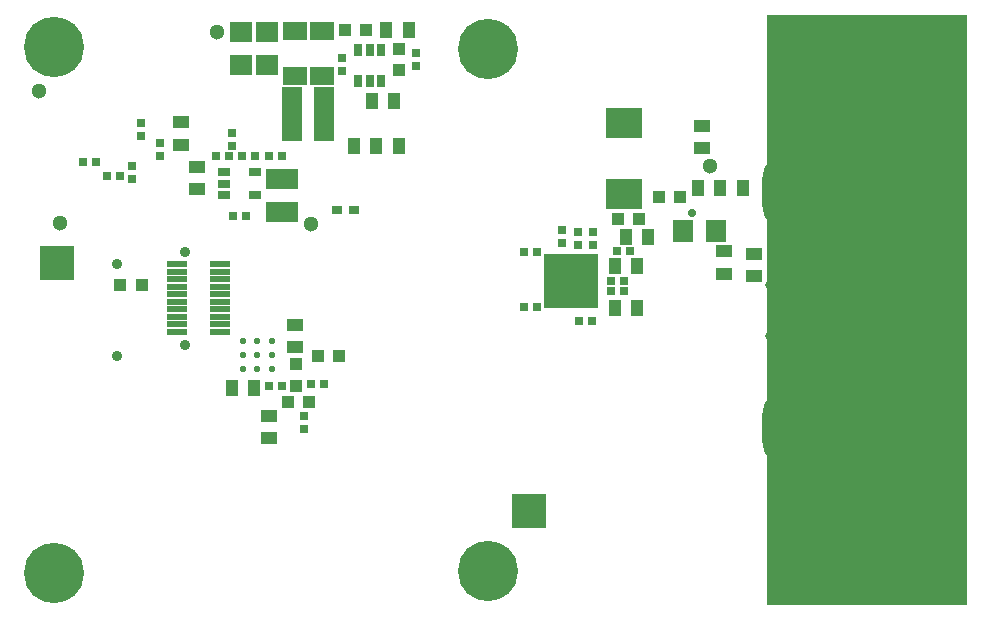
<source format=gbs>
G04*
G04 #@! TF.GenerationSoftware,Altium Limited,Altium Designer,18.1.6 (161)*
G04*
G04 Layer_Color=16711935*
%FSLAX44Y44*%
%MOMM*%
G71*
G01*
G75*
%ADD71R,3.0000X3.0000*%
%ADD79R,0.7000X0.7000*%
%ADD80R,1.0000X1.1000*%
%ADD83R,1.1000X1.0000*%
%ADD84R,1.4000X1.1000*%
%ADD85C,1.1000*%
%ADD86R,0.7000X0.7000*%
%ADD87R,1.1000X1.4000*%
%ADD88R,1.7000X1.9000*%
%ADD91R,2.8000X1.7000*%
%ADD92R,1.7000X4.6000*%
%ADD93R,1.9000X1.7000*%
%ADD101R,3.1000X2.5000*%
%ADD117R,1.7000X0.5000*%
%ADD118R,1.7000X0.5000*%
%ADD119C,3.5000*%
%ADD120C,0.9000*%
%ADD121C,1.3000*%
%ADD122C,0.8000*%
%ADD123C,5.1000*%
%ADD124C,0.7000*%
%ADD126C,0.5500*%
%ADD166R,17.0500X50.0000*%
%ADD167R,4.6000X4.6446*%
%ADD168R,1.1000X0.8000*%
%ADD169R,1.1000X0.8000*%
%ADD170R,0.8000X1.1000*%
%ADD171R,2.0000X1.5000*%
%ADD172R,0.8500X0.6500*%
%ADD173O,4.6000X6.6000*%
D71*
X710000Y470000D02*
D03*
X430000Y80000D02*
D03*
X30000Y290000D02*
D03*
D79*
X164500Y380000D02*
D03*
X175500D02*
D03*
X63000Y375000D02*
D03*
X52000D02*
D03*
X483000Y241000D02*
D03*
X472000D02*
D03*
X510000Y266000D02*
D03*
X499000D02*
D03*
X436500Y299250D02*
D03*
X425500D02*
D03*
Y252750D02*
D03*
X436500D02*
D03*
X504500Y299500D02*
D03*
X515500D02*
D03*
X209500Y380000D02*
D03*
X220500D02*
D03*
X197750D02*
D03*
X186750D02*
D03*
X510000Y274500D02*
D03*
X499000D02*
D03*
X83500Y363000D02*
D03*
X72500D02*
D03*
X190500Y329500D02*
D03*
X179500D02*
D03*
X209500Y186000D02*
D03*
X220500D02*
D03*
X245000Y187500D02*
D03*
X256000D02*
D03*
D80*
X84000Y271500D02*
D03*
X102000D02*
D03*
X244000Y172000D02*
D03*
X226000D02*
D03*
X523000Y327000D02*
D03*
X505000D02*
D03*
X558000Y346000D02*
D03*
X540000D02*
D03*
X274000Y487000D02*
D03*
X292000D02*
D03*
X269000Y211000D02*
D03*
X251000D02*
D03*
D83*
X320000Y453000D02*
D03*
Y471000D02*
D03*
X233000Y186000D02*
D03*
Y204000D02*
D03*
D84*
X595000Y280500D02*
D03*
Y299500D02*
D03*
X149000Y352000D02*
D03*
Y371000D02*
D03*
X232000Y218500D02*
D03*
Y237500D02*
D03*
X210000Y160500D02*
D03*
Y141500D02*
D03*
X620500Y297500D02*
D03*
Y278500D02*
D03*
X576500Y406000D02*
D03*
Y387000D02*
D03*
X135500Y409000D02*
D03*
Y390000D02*
D03*
D85*
X708500Y376500D02*
D03*
D86*
X484000Y305000D02*
D03*
Y316000D02*
D03*
X458000Y317750D02*
D03*
Y306750D02*
D03*
X94000Y372000D02*
D03*
Y361000D02*
D03*
X178500Y388500D02*
D03*
Y399500D02*
D03*
X117500Y391500D02*
D03*
Y380500D02*
D03*
X471750Y316000D02*
D03*
Y305000D02*
D03*
X272000Y463000D02*
D03*
Y452000D02*
D03*
X239000Y160000D02*
D03*
Y149000D02*
D03*
X334500Y456500D02*
D03*
Y467500D02*
D03*
X101000Y408000D02*
D03*
Y397000D02*
D03*
D87*
X300500Y388500D02*
D03*
X319500D02*
D03*
X281500D02*
D03*
X300500D02*
D03*
X502500Y287000D02*
D03*
X521500D02*
D03*
X512000Y312000D02*
D03*
X531000D02*
D03*
X573000Y353500D02*
D03*
X592000D02*
D03*
X502500Y252000D02*
D03*
X521500D02*
D03*
X316000Y427000D02*
D03*
X297000D02*
D03*
X328000Y487000D02*
D03*
X309000D02*
D03*
X611000Y353500D02*
D03*
X592000D02*
D03*
X197250Y183500D02*
D03*
X178250D02*
D03*
D88*
X560500Y316500D02*
D03*
X588500D02*
D03*
D91*
X221000Y333000D02*
D03*
Y361000D02*
D03*
D92*
X229500Y416000D02*
D03*
X256500D02*
D03*
D93*
X208500Y457000D02*
D03*
Y485000D02*
D03*
X186000D02*
D03*
Y457000D02*
D03*
D101*
X510500Y348000D02*
D03*
Y408000D02*
D03*
D117*
X132000Y231425D02*
D03*
X168000D02*
D03*
Y237775D02*
D03*
X132000D02*
D03*
X168000Y244125D02*
D03*
X132000D02*
D03*
X168000Y250475D02*
D03*
X132000D02*
D03*
X168000Y256825D02*
D03*
X132000D02*
D03*
D118*
X168000Y263175D02*
D03*
X132000D02*
D03*
X168000Y269525D02*
D03*
X132000D02*
D03*
X168000Y275875D02*
D03*
X132000D02*
D03*
X168000Y282225D02*
D03*
X132000D02*
D03*
X168000Y288575D02*
D03*
X132000D02*
D03*
D119*
X772500Y160000D02*
D03*
Y340000D02*
D03*
D120*
X139000Y299250D02*
D03*
Y220750D02*
D03*
X81000Y289250D02*
D03*
Y210750D02*
D03*
D121*
X32500Y324000D02*
D03*
X670500Y481000D02*
D03*
X583000Y372000D02*
D03*
X15000Y435000D02*
D03*
X245000Y322500D02*
D03*
X166000Y485000D02*
D03*
X733000Y482000D02*
D03*
X671000Y9500D02*
D03*
X649022Y249336D02*
D03*
D122*
X664022Y227936D02*
D03*
Y270736D02*
D03*
X634022Y227936D02*
D03*
Y270736D02*
D03*
D123*
X772500Y27000D02*
D03*
X27500D02*
D03*
X395500Y471000D02*
D03*
X772500Y473000D02*
D03*
X27500D02*
D03*
X395500Y29000D02*
D03*
D124*
X732500Y167500D02*
D03*
X567500Y332500D02*
D03*
D126*
X188000Y224000D02*
D03*
Y212000D02*
D03*
Y200000D02*
D03*
X200000D02*
D03*
X212000D02*
D03*
Y212000D02*
D03*
Y224000D02*
D03*
X200000D02*
D03*
Y212000D02*
D03*
D166*
X715750Y250000D02*
D03*
D167*
X465500Y274277D02*
D03*
D168*
X198000Y366500D02*
D03*
Y347500D02*
D03*
X172000Y366500D02*
D03*
Y357000D02*
D03*
D169*
Y347500D02*
D03*
D170*
X304500Y470000D02*
D03*
Y444000D02*
D03*
X295000D02*
D03*
X285500D02*
D03*
Y470000D02*
D03*
X295000D02*
D03*
D171*
X231500Y486000D02*
D03*
Y448000D02*
D03*
X255000Y486000D02*
D03*
Y448000D02*
D03*
D172*
X281500Y334500D02*
D03*
X267500D02*
D03*
D173*
X650000Y150000D02*
D03*
Y350000D02*
D03*
M02*

</source>
